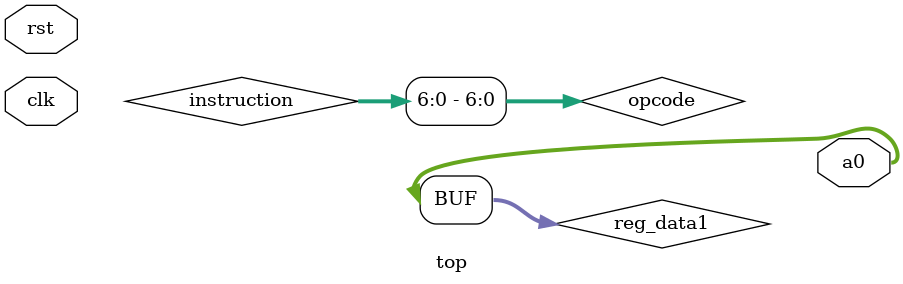
<source format=sv>
module top (
    input logic clk,
    input logic rst,
    output logic [31:0] a0 // Register a0 output
);


    // Instruction & fields
    logic [31:0] instruction;
    logic [6:0] opcode = instruction[6:0];
    logic [2:0] funct3 = instruction[14:12];
    logic funct7_5 = instruction[30];

    // Control signals
    logic RegWrite, MemWrite, ALUsrc, Branch, ResultSrc;
    logic [1:0] ImmSrc;
    logic [2:0] ALUControl;
    logic Zero;

    // Immediate
    logic [31:0] immediate;

    // Register data 
    logic [31:0] reg_data1, reg_data2, alu_in2, alu_out;

    // Instantiate Instruction Memory
    Instruction_Memory imem (
        .addr(pc),
        .instruction(instruction)
    );

    // Instantiate Control Unit
    Control_Unit ctrl (
        .opcode(opcode),
        .funct3(funct3),
        .funct7_5(funct7_5),
        .Zero(Zero),
        .RegWrite(RegWrite),
        .MemWrite(MemWrite),
        .ImmSrc(ImmSrc),
        .ALUsrc(ALUsrc),
        .Branch(Branch),
        .ResultSrc(ResultSrc),
        .ALUControl(ALUControl),
        .PCsrc(PCsrc)
    );

    // Instantiate Sign-Extension Unit
    Sign_Extension_Unit sext (
        .instruction(instruction),
        .ImmSrc(ImmSrc),
        .immediate(immediate)
    );

    // Output a0 register content
    assign a0 = reg_data1; // Register a0 mapped to reg_data1

/*
    // PC update logic
    always_ff @(posedge clk or posedge rst) begin
        if (rst)
            pc <= 32'b0;
        else
            pc <= next_pc;
    end

    assign next_pc = (PCsrc) ? pc + (immediate << 1) : pc + 4;
*/
endmodule


</source>
